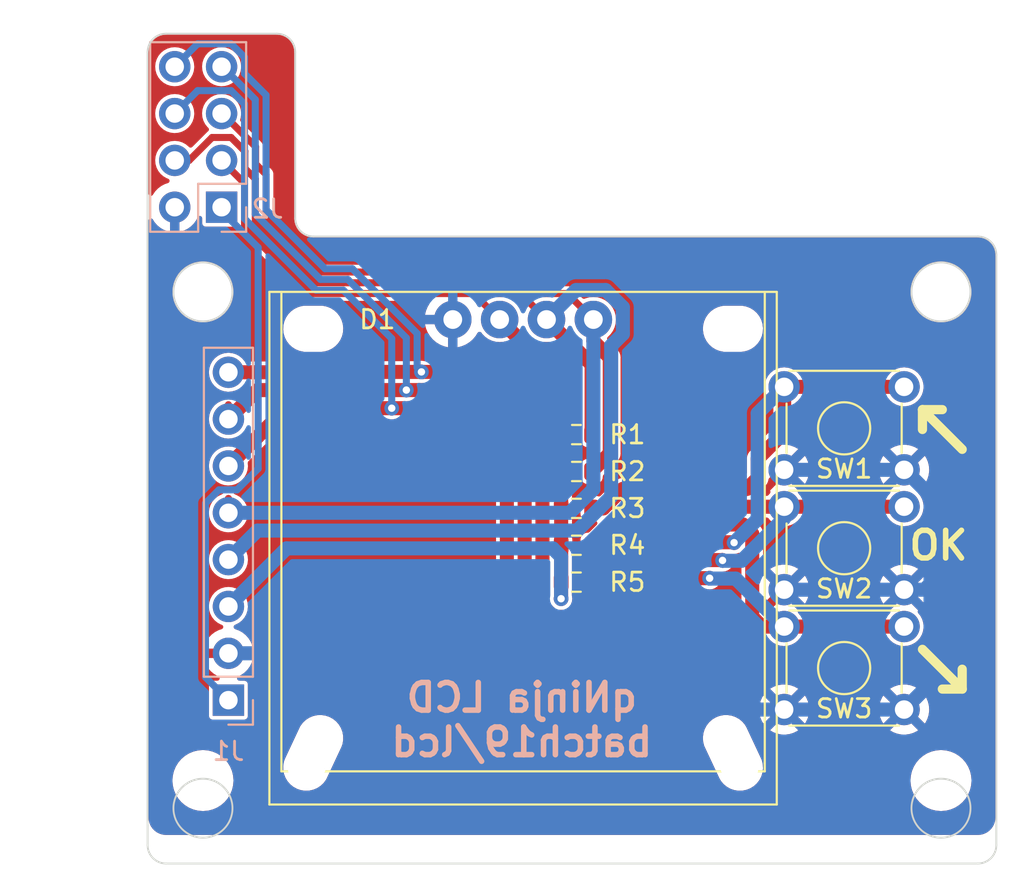
<source format=kicad_pcb>
(kicad_pcb (version 20211014) (generator pcbnew)
  (layers (0 "F.Cu" signal) (31 "B.Cu" signal) (34 "B.Paste" user) (35 "F.Paste" user) (36 "B.SilkS" user "B.Silkscreen") (37 "F.SilkS" user "F.Silkscreen") (38 "B.Mask" user) (39 "F.Mask" user) (44 "Edge.Cuts" user))
  (net 0 "")
  (net 1 "3V3D")
  (net 2 "I2C_SCL")
  (net 3 "I2C_SDA")
  (net 4 "TACT1")
  (net 5 "TACT2")
  (net 6 "TACT3")
  (net 7 "GND")
  (net 8 "5V_UPS")
  (footprint "Resistor_SMD:R_0603_1608Metric" (layer "F.Cu") (at 149.24 104.74)
    (fp_text reference "R5" (at 2.76 0) (layer "F.SilkS"))
    (fp_text value "R")
    (fp_line (start -0.237258 -0.5225) (end 0.237258 -0.5225) (layer "F.SilkS") (width 0.12))
    (fp_line (start -0.237258 0.5225) (end 0.237258 0.5225) (layer "F.SilkS") (width 0.12))
    (pad "1" smd roundrect (at -0.825 0) (size 0.8 0.95) (layers "F.Cu" "F.Paste" "F.Mask") (net 1 "3V3D"))
    (pad "2" smd roundrect (at 0.825 0) (size 0.8 0.95) (layers "F.Cu" "F.Paste" "F.Mask") (net 6 "TACT3"))
  )
  (footprint "Ninja-qPCR:SW_TH_Tactile_Omron_B3F-10xx" (layer "F.Cu") (at 160.5 94.15)
    (fp_text reference "SW1" (at 3.25 4.45) (layer "F.SilkS"))
    (fp_text value "TACTILE_4")
    (fp_line (start 0.13 3.59) (end 0.13 0.91) (layer "F.SilkS") (width 0.12))
    (fp_line (start 6.37 0.91) (end 6.37 3.59) (layer "F.SilkS") (width 0.12))
    (fp_line (start 0.28 -0.87) (end 6.22 -0.87) (layer "F.SilkS") (width 0.12))
    (fp_line (start 0.28 5.37) (end 6.22 5.37) (layer "F.SilkS") (width 0.12))
    (fp_circle (center 3.25 2.25) (end 4.25 3.25) (layer "F.SilkS") (width 0.12) (fill none))
    (pad "1" thru_hole circle locked (at 0 0) (size 1.7 1.7) (drill 1) (layers *.Cu *.Mask) (net 4 "TACT1"))
    (pad "2" thru_hole circle locked (at 6.5 0) (size 1.7 1.7) (drill 1) (layers *.Cu *.Mask) (net 4 "TACT1"))
    (pad "3" thru_hole circle locked (at 0 4.5) (size 1.7 1.7) (drill 1) (layers *.Cu *.Mask) (net 7 "GND"))
    (pad "4" thru_hole circle locked (at 6.5 4.5) (size 1.7 1.7) (drill 1) (layers *.Cu *.Mask) (net 7 "GND"))
  )
  (footprint "Ninja-qPCR:SW_TH_Tactile_Omron_B3F-10xx" (layer "F.Cu") (at 160.5 107.15)
    (fp_text reference "SW3" (at 3.25 4.45) (layer "F.SilkS"))
    (fp_text value "TACTILE_4")
    (fp_line (start 0.13 3.59) (end 0.13 0.91) (layer "F.SilkS") (width 0.12))
    (fp_line (start 0.28 -0.87) (end 6.22 -0.87) (layer "F.SilkS") (width 0.12))
    (fp_line (start 6.37 0.91) (end 6.37 3.59) (layer "F.SilkS") (width 0.12))
    (fp_line (start 0.28 5.37) (end 6.22 5.37) (layer "F.SilkS") (width 0.12))
    (fp_circle (center 3.25 2.25) (end 4.25 3.25) (layer "F.SilkS") (width 0.12) (fill none))
    (pad "1" thru_hole circle locked (at 0 0) (size 1.7 1.7) (drill 1) (layers *.Cu *.Mask) (net 6 "TACT3"))
    (pad "2" thru_hole circle locked (at 6.5 0) (size 1.7 1.7) (drill 1) (layers *.Cu *.Mask) (net 6 "TACT3"))
    (pad "3" thru_hole circle locked (at 0 4.5) (size 1.7 1.7) (drill 1) (layers *.Cu *.Mask) (net 7 "GND"))
    (pad "4" thru_hole circle locked (at 6.5 4.5) (size 1.7 1.7) (drill 1) (layers *.Cu *.Mask) (net 7 "GND"))
  )
  (footprint "Resistor_SMD:R_0603_1608Metric" (layer "F.Cu") (at 149.24 102.74)
    (fp_text reference "R4" (at 2.76 0) (layer "F.SilkS"))
    (fp_text value "R")
    (fp_line (start -0.237258 -0.5225) (end 0.237258 -0.5225) (layer "F.SilkS") (width 0.12))
    (fp_line (start -0.237258 0.5225) (end 0.237258 0.5225) (layer "F.SilkS") (width 0.12))
    (pad "1" smd roundrect (at -0.825 0) (size 0.8 0.95) (layers "F.Cu" "F.Paste" "F.Mask") (net 1 "3V3D"))
    (pad "2" smd roundrect (at 0.825 0) (size 0.8 0.95) (layers "F.Cu" "F.Paste" "F.Mask") (net 5 "TACT2"))
  )
  (footprint "Resistor_SMD:R_0603_1608Metric" (layer "F.Cu") (at 149.24 100.74)
    (fp_text reference "R3" (at 2.76 0) (layer "F.SilkS"))
    (fp_text value "R")
    (fp_line (start -0.237258 0.5225) (end 0.237258 0.5225) (layer "F.SilkS") (width 0.12))
    (fp_line (start -0.237258 -0.5225) (end 0.237258 -0.5225) (layer "F.SilkS") (width 0.12))
    (pad "1" smd roundrect (at -0.825 0) (size 0.8 0.95) (layers "F.Cu" "F.Paste" "F.Mask") (net 1 "3V3D"))
    (pad "2" smd roundrect (at 0.825 0) (size 0.8 0.95) (layers "F.Cu" "F.Paste" "F.Mask") (net 4 "TACT1"))
  )
  (footprint "Ninja-qPCR:ALI_I2C_LCD" (layer "F.Cu") (at 146.350004 88.999993)
    (fp_text reference "D1" (at -7.9 1.5) (layer "F.SilkS"))
    (fp_text value "I2C_SSD1306_LCD")
    (fp_line (start -13.75 27.8) (end 13.75 27.8) (layer "F.SilkS") (width 0.12))
    (fp_line (start -13.1 0) (end -13.1 26) (layer "F.SilkS") (width 0.12))
    (fp_line (start 13.1 0) (end 13.1 26) (layer "F.SilkS") (width 0.12))
    (fp_line (start -13.75 0) (end 13.75 0) (layer "F.SilkS") (width 0.12))
    (fp_line (start -13.75 0) (end -13.75 27.8) (layer "F.SilkS") (width 0.12))
    (fp_line (start -13.1 26) (end 13.1 26) (layer "F.SilkS") (width 0.12))
    (fp_line (start 13.75 0) (end 13.75 27.8) (layer "F.SilkS") (width 0.12))
    (pad "" np_thru_hole oval (at 11.375 25 295.115) (size 3.767 2) (drill oval 3.767 2) (layers F&B.Cu *.Mask))
    (pad "" np_thru_hole oval (at -11.375 25 64.885) (size 3.767 2) (drill oval 3.767 2) (layers F&B.Cu *.Mask))
    (pad "" np_thru_hole oval (at -11.375 2) (size 2.75 2) (drill oval 2.75 2) (layers F&B.Cu *.Mask))
    (pad "" np_thru_hole oval (at 11.375 2) (size 2.75 2) (drill oval 2.75 2) (layers F&B.Cu *.Mask))
    (pad "1" thru_hole oval (at -3.81 1.5) (size 2.032 2.032) (drill 1.016) (layers *.Cu *.Mask) (net 7 "GND"))
    (pad "2" thru_hole oval (at -1.27 1.5) (size 2.032 2.032) (drill 1.016) (layers *.Cu *.Mask) (net 1 "3V3D"))
    (pad "3" thru_hole oval (at 1.27 1.5) (size 2.032 2.032) (drill 1.016) (layers *.Cu *.Mask) (net 2 "I2C_SCL"))
    (pad "4" thru_hole oval (at 3.81 1.5) (size 2.032 2.032) (drill 1.016) (layers *.Cu *.Mask) (net 3 "I2C_SDA"))
  )
  (footprint "Resistor_SMD:R_0603_1608Metric" (layer "F.Cu") (at 149.24 98.74)
    (fp_text reference "R2" (at 2.76 0) (layer "F.SilkS"))
    (fp_text value "R")
    (fp_line (start -0.237258 -0.5225) (end 0.237258 -0.5225) (layer "F.SilkS") (width 0.12))
    (fp_line (start -0.237258 0.5225) (end 0.237258 0.5225) (layer "F.SilkS") (width 0.12))
    (pad "1" smd roundrect (at -0.825 0) (size 0.8 0.95) (layers "F.Cu" "F.Paste" "F.Mask") (net 1 "3V3D"))
    (pad "2" smd roundrect (at 0.825 0) (size 0.8 0.95) (layers "F.Cu" "F.Paste" "F.Mask") (net 3 "I2C_SDA"))
  )
  (footprint "Ninja-qPCR:SW_TH_Tactile_Omron_B3F-10xx" (layer "F.Cu") (at 160.5 100.65)
    (fp_text reference "SW2" (at 3.25 4.45) (layer "F.SilkS"))
    (fp_text value "TACTILE_4")
    (fp_line (start 0.28 5.37) (end 6.22 5.37) (layer "F.SilkS") (width 0.12))
    (fp_line (start 6.37 0.91) (end 6.37 3.59) (layer "F.SilkS") (width 0.12))
    (fp_line (start 0.28 -0.87) (end 6.22 -0.87) (layer "F.SilkS") (width 0.12))
    (fp_line (start 0.13 3.59) (end 0.13 0.91) (layer "F.SilkS") (width 0.12))
    (fp_circle (center 3.25 2.25) (end 4.25 3.25) (layer "F.SilkS") (width 0.12) (fill none))
    (pad "1" thru_hole circle locked (at 0 0) (size 1.7 1.7) (drill 1) (layers *.Cu *.Mask) (net 5 "TACT2"))
    (pad "2" thru_hole circle locked (at 6.5 0) (size 1.7 1.7) (drill 1) (layers *.Cu *.Mask) (net 5 "TACT2"))
    (pad "3" thru_hole circle locked (at 0 4.5) (size 1.7 1.7) (drill 1) (layers *.Cu *.Mask) (net 7 "GND"))
    (pad "4" thru_hole circle locked (at 6.5 4.5) (size 1.7 1.7) (drill 1) (layers *.Cu *.Mask) (net 7 "GND"))
  )
  (footprint "Resistor_SMD:R_0603_1608Metric" (layer "F.Cu") (at 149.24 96.74)
    (fp_text reference "R1" (at 2.76 0) (layer "F.SilkS"))
    (fp_text value "R")
    (fp_line (start -0.237258 -0.5225) (end 0.237258 -0.5225) (layer "F.SilkS") (width 0.12))
    (fp_line (start -0.237258 0.5225) (end 0.237258 0.5225) (layer "F.SilkS") (width 0.12))
    (pad "1" smd roundrect (at -0.825 0) (size 0.8 0.95) (layers "F.Cu" "F.Paste" "F.Mask") (net 1 "3V3D"))
    (pad "2" smd roundrect (at 0.825 0) (size 0.8 0.95) (layers "F.Cu" "F.Paste" "F.Mask") (net 2 "I2C_SCL"))
  )
  (footprint "Connector_PinSocket_2.54mm:PinSocket_1x08_P2.54mm_Vertical" (layer "B.Cu") (at 130.38 111.14)
    (fp_text reference "J1" (at 0 2.77 180) (layer "B.SilkS") (effects (justify mirror)))
    (fp_text value "Conn_01x08_Female")
    (fp_line (start -1.33 -1.27) (end -1.33 -19.11) (layer "B.SilkS") (width 0.12))
    (fp_line (start -1.33 -19.11) (end 1.33 -19.11) (layer "B.SilkS") (width 0.12))
    (fp_line (start 1.33 -1.27) (end 1.33 -19.11) (layer "B.SilkS") (width 0.12))
    (fp_line (start -1.33 -1.27) (end 1.33 -1.27) (layer "B.SilkS") (width 0.12))
    (fp_line (start 0 1.33) (end 1.33 1.33) (layer "B.SilkS") (width 0.12))
    (fp_line (start 1.33 1.33) (end 1.33 0) (layer "B.SilkS") (width 0.12))
    (pad "1" thru_hole rect (at 0 0) (size 1.7 1.7) (drill 1) (layers *.Cu *.Mask) (net 8 "5V_UPS"))
    (pad "2" thru_hole oval (at 0 -2.54) (size 1.7 1.7) (drill 1) (layers *.Cu *.Mask) (net 7 "GND"))
    (pad "3" thru_hole oval (at 0 -5.08) (size 1.7 1.7) (drill 1) (layers *.Cu *.Mask) (net 1 "3V3D"))
    (pad "4" thru_hole oval (at 0 -7.62) (size 1.7 1.7) (drill 1) (layers *.Cu *.Mask) (net 2 "I2C_SCL"))
    (pad "5" thru_hole oval (at 0 -10.16) (size 1.7 1.7) (drill 1) (layers *.Cu *.Mask) (net 3 "I2C_SDA"))
    (pad "6" thru_hole oval (at 0 -12.7) (size 1.7 1.7) (drill 1) (layers *.Cu *.Mask) (net 6 "TACT3"))
    (pad "7" thru_hole oval (at 0 -15.24) (size 1.7 1.7) (drill 1) (layers *.Cu *.Mask) (net 5 "TACT2"))
    (pad "8" thru_hole oval (at 0 -17.78) (size 1.7 1.7) (drill 1) (layers *.Cu *.Mask) (net 4 "TACT1"))
  )
  (footprint "Connector_PinSocket_2.54mm:PinSocket_2x04_P2.54mm_Vertical" (layer "B.Cu") (at 130.01 84.41)
    (fp_text reference "J2" (at 2.49 0.09) (layer "B.SilkS") (effects (justify mirror)))
    (fp_text value "Conn_01x08_Female")
    (fp_line (start -1.27 1.33) (end -1.27 -1.27) (layer "B.SilkS") (width 0.12))
    (fp_line (start 0 1.33) (end 1.33 1.33) (layer "B.SilkS") (width 0.12))
    (fp_line (start 1.33 -1.27) (end 1.33 -8.95) (layer "B.SilkS") (width 0.12))
    (fp_line (start -3.87 1.33) (end -1.27 1.33) (layer "B.SilkS") (width 0.12))
    (fp_line (start -1.27 -1.27) (end 1.33 -1.27) (layer "B.SilkS") (width 0.12))
    (fp_line (start 1.33 1.33) (end 1.33 0) (layer "B.SilkS") (width 0.12))
    (fp_line (start -3.87 1.33) (end -3.87 -8.95) (layer "B.SilkS") (width 0.12))
    (fp_line (start -3.87 -8.95) (end 1.33 -8.95) (layer "B.SilkS") (width 0.12))
    (pad "1" thru_hole rect (at 0 0) (size 1.7 1.7) (drill 1) (layers *.Cu *.Mask) (net 8 "5V_UPS"))
    (pad "2" thru_hole oval (at -2.54 0) (size 1.7 1.7) (drill 1) (layers *.Cu *.Mask) (net 7 "GND"))
    (pad "3" thru_hole oval (at 0 -2.54) (size 1.7 1.7) (drill 1) (layers *.Cu *.Mask) (net 1 "3V3D"))
    (pad "4" thru_hole oval (at -2.54 -2.54) (size 1.7 1.7) (drill 1) (layers *.Cu *.Mask) (net 2 "I2C_SCL"))
    (pad "5" thru_hole oval (at 0 -5.08) (size 1.7 1.7) (drill 1) (layers *.Cu *.Mask) (net 3 "I2C_SDA"))
    (pad "6" thru_hole oval (at -2.54 -5.08) (size 1.7 1.7) (drill 1) (layers *.Cu *.Mask) (net 6 "TACT3"))
    (pad "7" thru_hole oval (at 0 -7.62) (size 1.7 1.7) (drill 1) (layers *.Cu *.Mask) (net 5 "TACT2"))
    (pad "8" thru_hole oval (at -2.54 -7.62) (size 1.7 1.7) (drill 1) (layers *.Cu *.Mask) (net 4 "TACT1"))
  )
  (gr_circle (center 169 117) (end 170.6 117) (layer "Edge.Cuts") (width 0.1) (fill none))
  (gr_line (start 172 119) (end 172 87) (layer "Edge.Cuts") (width 0.1))
  (gr_arc (start 135 86) (mid 134.292893 85.707107) (end 134 85) (layer "Edge.Cuts") (width 0.1))
  (gr_circle (center 129 117) (end 130.6 117) (layer "Edge.Cuts") (width 0.1) (fill none))
  (gr_line (start 126 119) (end 126 76) (layer "Edge.Cuts") (width 0.1))
  (gr_circle (center 169 89) (end 170.6 89) (layer "Edge.Cuts") (width 0.1) (fill none))
  (gr_line (start 135 86) (end 171 86) (layer "Edge.Cuts") (width 0.1))
  (gr_circle (center 129 89) (end 130.6 89) (layer "Edge.Cuts") (width 0.1) (fill none))
  (gr_arc (start 172 119) (mid 171.707107 119.707107) (end 171 120) (layer "Edge.Cuts") (width 0.1))
  (gr_line (start 134 76) (end 134 85) (layer "Edge.Cuts") (width 0.1))
  (gr_arc (start 133 75) (mid 133.707107 75.292893) (end 134 76) (layer "Edge.Cuts") (width 0.1))
  (gr_line (start 127 75) (end 133 75) (layer "Edge.Cuts") (width 0.1))
  (gr_arc (start 127 120) (mid 126.292893 119.707107) (end 126 119) (layer "Edge.Cuts") (width 0.1))
  (gr_arc (start 126 76) (mid 126.292893 75.292893) (end 127 75) (layer "Edge.Cuts") (width 0.1))
  (gr_line (start 127 120) (end 171 120) (layer "Edge.Cuts") (width 0.1))
  (gr_arc (start 171 86) (mid 171.707107 86.292893) (end 172 87) (layer "Edge.Cuts") (width 0.1))
  (gr_text "qNinja LCD\nbatch19/lcd" (at 146.28 112.21) (layer "B.SilkS") (effects (font (size 1.5 1.5) (thickness 0.3)) (justify mirror)))
  (gr_text "↑" (at 168.86 96.25 45) (layer "F.SilkS") (effects (font (size 4 4) (thickness 0.5))))
  (gr_text "↓" (at 168.86 109.25 45) (layer "F.SilkS") (effects (font (size 4 4) (thickness 0.5))))
  (gr_text "OK" (at 168.86 102.75) (layer "F.SilkS") (effects (font (size 1.5 1.5) (thickness 0.3))))
  (segment (start 148.41 104.745) (end 148.415 104.74) (width 0.762) (layer "F.Cu") (net 1))
  (segment (start 148.415 96.74) (end 148.415 98.74) (width 0.762) (layer "F.Cu") (net 1))
  (segment (start 149.10028 93.344589) (end 149.10028 96.05472) (width 0.762) (layer "F.Cu") (net 1))
  (segment (start 131.253211 85.533568) (end 134.810425 89.090782) (width 0.381) (layer "F.Cu") (net 1))
  (segment (start 145.080004 90.499993) (end 146.679715 92.099704) (width 0.762) (layer "F.Cu") (net 1))
  (segment (start 130.01 81.87) (end 131.253211 83.113211) (width 0.381) (layer "F.Cu") (net 1))
  (segment (start 148.415 100.74) (end 148.415 102.74) (width 0.762) (layer "F.Cu") (net 1))
  (segment (start 148.415 102.74) (end 148.415 104.74) (width 0.762) (layer "F.Cu") (net 1))
  (segment (start 149.10028 96.05472) (end 148.415 96.74) (width 0.762) (layer "F.Cu") (net 1))
  (segment (start 148.415 98.74) (end 148.415 100.74) (width 0.762) (layer "F.Cu") (net 1))
  (segment (start 147.855395 92.099704) (end 149.10028 93.344589) (width 0.762) (layer "F.Cu") (net 1))
  (segment (start 134.810425 89.090782) (end 143.670793 89.090782) (width 0.381) (layer "F.Cu") (net 1))
  (segment (start 131.253211 83.113211) (end 131.253211 85.533568) (width 0.381) (layer "F.Cu") (net 1))
  (segment (start 146.679715 92.099704) (end 147.855395 92.099704) (width 0.762) (layer "F.Cu") (net 1))
  (segment (start 143.670793 89.090782) (end 145.080004 90.499993) (width 0.381) (layer "F.Cu") (net 1))
  (segment (start 148.41 105.64) (end 148.41 104.745) (width 0.762) (layer "F.Cu") (net 1))
  (via (at 148.41 105.64) (size 0.8) (drill 0.4) (layers "F.Cu" "B.Cu") (net 1))
  (segment (start 133.53056 102.90944) (end 147.95944 102.90944) (width 0.762) (layer "B.Cu") (net 1))
  (segment (start 148.41 103.36) (end 148.41 105.64) (width 0.762) (layer "B.Cu") (net 1))
  (segment (start 130.38 106.06) (end 133.53056 102.90944) (width 0.762) (layer "B.Cu") (net 1))
  (segment (start 147.95944 102.90944) (end 148.41 103.36) (width 0.762) (layer "B.Cu") (net 1))
  (segment (start 129.495044 80.626789) (end 130.524956 80.626789) (width 0.381) (layer "F.Cu") (net 2))
  (segment (start 144.496297 89.090782) (end 146.210793 89.090782) (width 0.381) (layer "F.Cu") (net 2))
  (segment (start 143.912577 88.507062) (end 144.496297 89.090782) (width 0.381) (layer "F.Cu") (net 2))
  (segment (start 131.836931 82.871427) (end 131.836931 85.291784) (width 0.381) (layer "F.Cu") (net 2))
  (segment (start 147.620004 90.499993) (end 150.065 92.944989) (width 0.762) (layer "F.Cu") (net 2))
  (segment (start 130.524956 80.626789) (end 131.27 81.371833) (width 0.381) (layer "F.Cu") (net 2))
  (segment (start 128.251833 81.87) (end 129.495044 80.626789) (width 0.381) (layer "F.Cu") (net 2))
  (segment (start 150.065 92.944989) (end 150.065 96.74) (width 0.762) (layer "F.Cu") (net 2))
  (segment (start 131.27 82.304496) (end 131.836931 82.871427) (width 0.381) (layer "F.Cu") (net 2))
  (segment (start 135.052209 88.507062) (end 143.912577 88.507062) (width 0.381) (layer "F.Cu") (net 2))
  (segment (start 127.47 81.87) (end 128.251833 81.87) (width 0.381) (layer "F.Cu") (net 2))
  (segment (start 131.27 81.371833) (end 131.27 82.304496) (width 0.381) (layer "F.Cu") (net 2))
  (segment (start 146.210793 89.090782) (end 147.620004 90.499993) (width 0.381) (layer "F.Cu") (net 2))
  (segment (start 131.836931 85.291784) (end 135.052209 88.507062) (width 0.381) (layer "F.Cu") (net 2))
  (segment (start 130.38 103.52) (end 131.95528 101.94472) (width 0.762) (layer "B.Cu") (net 2))
  (segment (start 131.95528 101.94472) (end 149.2796 101.94472) (width 0.762) (layer "B.Cu") (net 2))
  (segment (start 151.759715 89.83737) (end 150.822627 88.900282) (width 0.762) (layer "B.Cu") (net 2))
  (segment (start 149.2796 101.94472) (end 151.124724 100.099596) (width 0.762) (layer "B.Cu") (net 2))
  (segment (start 149.219715 88.900282) (end 147.620004 90.499993) (width 0.762) (layer "B.Cu") (net 2))
  (segment (start 150.822627 88.900282) (end 149.219715 88.900282) (width 0.762) (layer "B.Cu") (net 2))
  (segment (start 151.124724 100.099596) (end 151.124724 91.915276) (width 0.762) (layer "B.Cu") (net 2))
  (segment (start 151.124724 91.915276) (end 151.759715 91.280285) (width 0.762) (layer "B.Cu") (net 2))
  (segment (start 151.759715 91.280285) (end 151.759715 89.83737) (width 0.762) (layer "B.Cu") (net 2))
  (segment (start 151.04872 92.564389) (end 151.04872 97.75628) (width 0.762) (layer "F.Cu") (net 3))
  (segment (start 132.420651 85.05) (end 135.293993 87.923342) (width 0.381) (layer "F.Cu") (net 3))
  (segment (start 131.85372 81.130049) (end 131.85372 82.062712) (width 0.381) (layer "F.Cu") (net 3))
  (segment (start 131.85372 82.062712) (end 132.420651 82.629643) (width 0.381) (layer "F.Cu") (net 3))
  (segment (start 132.420651 82.629643) (end 132.420651 85.05) (width 0.381) (layer "F.Cu") (net 3))
  (segment (start 130.38 100.198167) (end 130.38 100.98) (width 0.381) (layer "F.Cu") (net 3))
  (segment (start 146.452577 88.507062) (end 147.036297 89.090782) (width 0.381) (layer "F.Cu") (net 3))
  (segment (start 151.04872 97.75628) (end 150.065 98.74) (width 0.762) (layer "F.Cu") (net 3))
  (segment (start 148.750793 89.090782) (end 150.160004 90.499993) (width 0.381) (layer "F.Cu") (net 3))
  (segment (start 147.036297 89.090782) (end 148.750793 89.090782) (width 0.381) (layer "F.Cu") (net 3))
  (segment (start 150.160004 90.499993) (end 150.160004 91.675673) (width 0.762) (layer "F.Cu") (net 3))
  (segment (start 130.01 79.33) (end 130.053671 79.33) (width 0.381) (layer "F.Cu") (net 3))
  (segment (start 144.738081 88.507062) (end 146.452577 88.507062) (width 0.381) (layer "F.Cu") (net 3))
  (segment (start 150.160004 91.675673) (end 151.04872 92.564389) (width 0.762) (layer "F.Cu") (net 3))
  (segment (start 135.293993 87.923342) (end 144.154362 87.923343) (width 0.381) (layer "F.Cu") (net 3))
  (segment (start 130.053671 79.33) (end 131.85372 81.130049) (width 0.381) (layer "F.Cu") (net 3))
  (segment (start 144.154362 87.923343) (end 144.738081 88.507062) (width 0.381) (layer "F.Cu") (net 3))
  (segment (start 150.160004 99.699996) (end 150.160004 90.499993) (width 0.762) (layer "B.Cu") (net 3))
  (segment (start 130.38 100.98) (end 148.88 100.98) (width 0.762) (layer "B.Cu") (net 3))
  (segment (start 148.88 100.98) (end 150.160004 99.699996) (width 0.762) (layer "B.Cu") (net 3))
  (segment (start 136.15 93.36) (end 130.38 93.36) (width 0.762) (layer "F.Cu") (net 4))
  (segment (start 147.4 94.91) (end 145.831009 93.341009) (width 0.762) (layer "F.Cu") (net 4))
  (segment (start 136.168991 93.341009) (end 136.15 93.36) (width 0.762) (layer "F.Cu") (net 4))
  (segment (start 148.002532 106.623711) (end 147.4 106.021179) (width 0.762) (layer "F.Cu") (net 4))
  (segment (start 145.831009 93.341009) (end 136.168991 93.341009) (width 0.762) (layer "F.Cu") (net 4))
  (segment (start 167 94.15) (end 160.5 94.15) (width 0.762) (layer "F.Cu") (net 4))
  (segment (start 152.9542 102.57944) (end 152.01438 103.51926) (width 0.762) (layer "F.Cu") (net 4))
  (segment (start 150.70068 100.74) (end 150.065 100.74) (width 0.762) (layer "F.Cu") (net 4))
  (segment (start 158.477298 99.68528) (end 151.7554 99.68528) (width 0.762) (layer "F.Cu") (net 4))
  (segment (start 149.880609 106.623711) (end 148.002532 106.623711) (width 0.762) (layer "F.Cu") (net 4))
  (segment (start 157.7863 102.59842) (end 157.76732 102.57944) (width 0.762) (layer "F.Cu") (net 4))
  (segment (start 152.01438 103.51926) (end 152.01438 104.48994) (width 0.762) (layer "F.Cu") (net 4))
  (segment (start 152.01438 104.48994) (end 149.880609 106.623711) (width 0.762) (layer "F.Cu") (net 4))
  (segment (start 160.5 94.15) (end 160.5 96.622425) (width 0.762) (layer "F.Cu") (net 4))
  (segment (start 159.066289 99.096289) (end 158.477298 99.68528) (width 0.762) (layer "F.Cu") (net 4))
  (segment (start 147.4 106.021179) (end 147.4 94.91) (width 0.762) (layer "F.Cu") (net 4))
  (segment (start 160.5 96.622425) (end 159.066289 98.056136) (width 0.762) (layer "F.Cu") (net 4))
  (segment (start 157.76732 102.57944) (end 152.9542 102.57944) (width 0.762) (layer "F.Cu") (net 4))
  (segment (start 159.066289 98.056136) (end 159.066289 99.096289) (width 0.762) (layer "F.Cu") (net 4))
  (segment (start 151.7554 99.68528) (end 150.70068 100.74) (width 0.762) (layer "F.Cu") (net 4))
  (via (at 157.7863 102.59842) (size 0.8) (drill 0.4) (layers "F.Cu" "B.Cu") (net 4))
  (via (at 140.841163 93.34102) (size 0.8) (drill 0.4) (layers "F.Cu" "B.Cu") (net 4))
  (segment (start 135.614995 87.74256) (end 137.09357 87.742562) (width 0.381) (layer "B.Cu") (net 4))
  (segment (start 127.47 76.79) (end 128.713211 75.546789) (width 0.381) (layer "B.Cu") (net 4))
  (segment (start 137.09357 87.742562) (end 140.60748 91.256472) (width 0.381) (layer "B.Cu") (net 4))
  (segment (start 140.60748 91.256472) (end 140.60748 93.02) (width 0.381) (layer "B.Cu") (net 4))
  (segment (start 128.713211 75.546789) (end 130.524956 75.546789) (width 0.381) (layer "B.Cu") (net 4))
  (segment (start 131.253211 77.164036) (end 132.420651 78.331476) (width 0.381) (layer "B.Cu") (net 4))
  (segment (start 140.60748 93.107337) (end 140.841163 93.34102) (width 0.381) (layer "B.Cu") (net 4))
  (segment (start 140.60748 93.02) (end 140.60748 93.107337) (width 0.381) (layer "B.Cu") (net 4))
  (segment (start 131.253211 76.275044) (end 131.253211 77.164036) (width 0.381) (layer "B.Cu") (net 4))
  (segment (start 132.420651 78.331476) (end 132.420651 84.548216) (width 0.381) (layer "B.Cu") (net 4))
  (segment (start 159.066289 101.318431) (end 159.066289 95.583711) (width 0.762) (layer "B.Cu") (net 4))
  (segment (start 132.420651 84.548216) (end 135.614995 87.74256) (width 0.381) (layer "B.Cu") (net 4))
  (segment (start 157.7863 102.59842) (end 159.066289 101.318431) (width 0.762) (layer "B.Cu") (net 4))
  (segment (start 130.524956 75.546789) (end 131.253211 76.275044) (width 0.381) (layer "B.Cu") (net 4))
  (segment (start 159.066289 95.583711) (end 160.5 94.15) (width 0.762) (layer "B.Cu") (net 4))
  (segment (start 157.14102 103.54416) (end 157.16 103.56314) (width 0.762) (layer "F.Cu") (net 5))
  (segment (start 131.95528 94.32472) (end 145.4504 94.32472) (width 0.762) (layer "F.Cu") (net 5))
  (segment (start 152.9791 103.91886) (end 153.3538 103.54416) (width 0.762) (layer "F.Cu") (net 5))
  (segment (start 130.01 76.79) (end 130.053671 76.79) (width 0.381) (layer "F.Cu") (net 5))
  (segment (start 153.3538 103.54416) (end 157.14102 103.54416) (width 0.762) (layer "F.Cu") (net 5))
  (segment (start 146.43528 106.420779) (end 147.602932 107.588431) (width 0.762) (layer "F.Cu") (net 5))
  (segment (start 152.9791 104.88954) (end 152.9791 104.09034) (width 0.762) (layer "F.Cu") (net 5))
  (segment (start 130.38 95.118167) (end 130.38 95.9) (width 0.381) (layer "F.Cu") (net 5))
  (segment (start 152.155 100.65) (end 150.065 102.74) (width 0.762) (layer "F.Cu") (net 5))
  (segment (start 152.9791 104.09034) (end 152.9791 103.91886) (width 0.762) (layer "F.Cu") (net 5))
  (segment (start 130.38 95.9) (end 131.95528 94.32472) (width 0.762) (layer "F.Cu") (net 5))
  (segment (start 160.5 100.65) (end 152.155 100.65) (width 0.762) (layer "F.Cu") (net 5))
  (segment (start 167 100.65) (end 160.5 100.65) (width 0.762) (layer "F.Cu") (net 5))
  (segment (start 146.43528 95.3096) (end 146.43528 106.420779) (width 0.762) (layer "F.Cu") (net 5))
  (segment (start 145.4504 94.32472) (end 146.43528 95.3096) (width 0.762) (layer "F.Cu") (net 5))
  (segment (start 150.280209 107.588431) (end 152.9791 104.88954) (width 0.762) (layer "F.Cu") (net 5))
  (segment (start 147.602932 107.588431) (end 150.280209 107.588431) (width 0.762) (layer "F.Cu") (net 5))
  (via (at 157.16 103.56314) (size 0.8) (drill 0.4) (layers "F.Cu" "B.Cu") (net 5))
  (via (at 140.02376 94.32472) (size 0.8) (drill 0.4) (layers "F.Cu" "B.Cu") (net 5))
  (segment (start 130.01 76.79) (end 130.053671 76.79) (width 0.381) (layer "B.Cu") (net 5))
  (segment (start 131.836931 84.79) (end 135.373211 88.32628) (width 0.381) (layer "B.Cu") (net 5))
  (segment (start 160.5 101.275899) (end 160.5 100.65) (width 0.762) (layer "B.Cu") (net 5))
  (segment (start 136.851785 88.326281) (end 140.02376 91.498256) (width 0.381) (layer "B.Cu") (net 5))
  (segment (start 135.373211 88.32628) (end 136.851785 88.326281) (width 0.381) (layer "B.Cu") (net 5))
  (segment (start 158.193768 103.582131) (end 160.5 101.275899) (width 0.762) (layer "B.Cu") (net 5))
  (segment (start 130.053671 76.79) (end 131.836931 78.57326) (width 0.381) (layer "B.Cu") (net 5))
  (segment (start 140.02376 91.498256) (end 140.02376 94.32472) (width 0.381) (layer "B.Cu") (net 5))
  (segment (start 157.16 103.56314) (end 157.178991 103.582131) (width 0.762) (layer "B.Cu") (net 5))
  (segment (start 157.178991 103.582131) (end 158.193768 103.582131) (width 0.762) (layer "B.Cu") (net 5))
  (segment (start 131.836931 78.57326) (end 131.836931 84.79) (width 0.381) (layer "B.Cu") (net 5))
  (segment (start 133.53056 95.28944) (end 133.549551 95.308431) (width 0.762) (layer "F.Cu") (net 6))
  (segment (start 160.5 107.15) (end 159.297919 107.15) (width 0.762) (layer "F.Cu") (net 6))
  (segment (start 150.679809 108.553151) (end 154.7051 104.52786) (width 0.762) (layer "F.Cu") (net 6))
  (segment (start 151.04966 103.11966) (end 151.04966 104.09034) (width 0.762) (layer "F.Cu") (net 6))
  (segment (start 151.04966 104.09034) (end 150.4 104.74) (width 0.762) (layer "F.Cu") (net 6))
  (segment (start 150.4 104.74) (end 150.065 104.74) (width 0.762) (layer "F.Cu") (net 6))
  (segment (start 130.38 98.44) (end 133.53056 95.28944) (width 0.762) (layer "F.Cu") (net 6))
  (segment (start 144.97944 95.28944) (end 145.47056 95.78056) (width 0.762) (layer "F.Cu") (net 6))
  (segment (start 154.7051 104.52786) (end 156.46 104.52786) (width 0.762) (layer "F.Cu") (net 6))
  (segment (start 152.5546 101.61472) (end 151.04966 103.11966) (width 0.762) (layer "F.Cu") (net 6))
  (segment (start 159.297919 107.15) (end 158.77 106.622081) (width 0.762) (layer "F.Cu") (net 6))
  (segment (start 133.549551 95.308431) (end 144.960449 95.308431) (width 0.762) (layer "F.Cu") (net 6))
  (segment (start 147.203332 108.553151) (end 150.679809 108.553151) (width 0.762) (layer "F.Cu") (net 6))
  (segment (start 158.77 102.12) (end 158.26472 101.61472) (width 0.762) (layer "F.Cu") (net 6))
  (segment (start 145.47056 106.820379) (end 147.203332 108.553151) (width 0.762) (layer "F.Cu") (net 6))
  (segment (start 167 107.15) (end 160.5 107.15) (width 0.762) (layer "F.Cu") (net 6))
  (segment (start 158.26472 101.61472) (end 152.5546 101.61472) (width 0.762) (layer "F.Cu") (net 6))
  (segment (start 158.77 106.622081) (end 158.77 102.12) (width 0.762) (layer "F.Cu") (net 6))
  (segment (start 144.960449 95.308431) (end 144.97944 95.28944) (width 0.762) (layer "F.Cu") (net 6))
  (segment (start 145.47056 95.78056) (end 145.47056 106.820379) (width 0.762) (layer "F.Cu") (net 6))
  (via (at 156.46 104.52786) (size 0.8) (drill 0.4) (layers "F.Cu" "B.Cu") (net 6))
  (via (at 139.23056 95.30842) (size 0.8) (drill 0.4) (layers "F.Cu" "B.Cu") (net 6))
  (segment (start 156.478991 104.546851) (end 157.869276 104.546851) (width 0.762) (layer "B.Cu") (net 6))
  (segment (start 136.61 88.91) (end 139.23056 91.53056) (width 0.381) (layer "B.Cu") (net 6))
  (segment (start 156.46 104.52786) (end 156.478991 104.546851) (width 0.762) (layer "B.Cu") (net 6))
  (segment (start 135.131427 88.91) (end 136.61 88.91) (width 0.381) (layer "B.Cu") (net 6))
  (segment (start 157.869276 104.546851) (end 160.472425 107.15) (width 0.762) (layer "B.Cu") (net 6))
  (segment (start 139.23056 91.53056) (end 139.23056 95.10056) (width 0.381) (layer "B.Cu") (net 6))
  (segment (start 127.47 79.33) (end 128.713211 78.086789) (width 0.381) (layer "B.Cu") (net 6))
  (segment (start 139.23056 95.10056) (end 139.23056 95.30842) (width 0.381) (layer "B.Cu") (net 6))
  (segment (start 160.472425 107.15) (end 160.5 107.15) (width 0.762) (layer "B.Cu") (net 6))
  (segment (start 130.524956 78.086789) (end 131.253211 78.815044) (width 0.381) (layer "B.Cu") (net 6))
  (segment (start 131.253211 78.815044) (end 131.253211 85.031784) (width 0.381) (layer "B.Cu") (net 6))
  (segment (start 128.713211 78.086789) (end 130.524956 78.086789) (width 0.381) (layer "B.Cu") (net 6))
  (segment (start 131.253211 85.031784) (end 135.131427 88.91) (width 0.381) (layer "B.Cu") (net 6))
  (segment (start 156.02 108.6) (end 159.07 111.65) (width 0.762) (layer "B.Cu") (net 7))
  (segment (start 167 105.15) (end 160.5 105.15) (width 0.762) (layer "B.Cu") (net 7))
  (segment (start 167.027575 98.65) (end 167 98.65) (width 0.762) (layer "B.Cu") (net 7))
  (segment (start 167 105.15) (end 168.1 105.15) (width 0.762) (layer "B.Cu") (net 7))
  (segment (start 168.1 105.15) (end 168.433711 104.816289) (width 0.762) (layer "B.Cu") (net 7))
  (segment (start 167 98.65) (end 160.5 98.65) (width 0.762) (layer "B.Cu") (net 7))
  (segment (start 130.38 108.6) (end 156.02 108.6) (width 0.762) (layer "B.Cu") (net 7))
  (segment (start 168.433711 110.216289) (end 168.433711 104.816289) (width 0.762) (layer "B.Cu") (net 7))
  (segment (start 168.433711 104.816289) (end 168.433711 100.056136) (width 0.762) (layer "B.Cu") (net 7))
  (segment (start 168.433711 100.056136) (end 167.027575 98.65) (width 0.762) (layer "B.Cu") (net 7))
  (segment (start 167 111.65) (end 160.5 111.65) (width 0.762) (layer "B.Cu") (net 7))
  (segment (start 159.07 111.65) (end 160.5 111.65) (width 0.762) (layer "B.Cu") (net 7))
  (segment (start 167 111.65) (end 168.433711 110.216289) (width 0.762) (layer "B.Cu") (net 7))
  (segment (start 160.5 98.65) (end 160.472425 98.65) (width 0.762) (layer "B.Cu") (net 7))
  (segment (start 130.01 84.614077) (end 131.992962 86.597039) (width 0.381) (layer "B.Cu") (net 8))
  (segment (start 129.865044 99.736789) (end 129.136789 100.465044) (width 0.381) (layer "B.Cu") (net 8))
  (segment (start 131.992962 98.585205) (end 130.841378 99.736789) (width 0.381) (layer "B.Cu") (net 8))
  (segment (start 130.841378 99.736789) (end 129.865044 99.736789) (width 0.381) (layer "B.Cu") (net 8))
  (segment (start 131.992962 86.597039) (end 131.992962 98.585205) (width 0.381) (layer "B.Cu") (net 8))
  (segment (start 129.136789 100.465044) (end 129.136789 109.896789) (width 0.381) (layer "B.Cu") (net 8))
  (segment (start 129.136789 109.896789) (end 130.38 111.14) (width 0.381) (layer "B.Cu") (net 8))
  (segment (start 130.01 84.41) (end 130.01 84.614077) (width 0.381) (layer "B.Cu") (net 8))
  (zone (net 7) (net_name "GND") (layer "F.Cu") (connect_pads (clearance 0)) (min_thickness 0.254) (fill yes (thermal_gap 0.508) (thermal_bridge_width 0.508))
    (polygon (pts (xy 173.5 121) (xy 118 121) (xy 118 73.5) (xy 173.5 73.5)))
  )
  (zone (net 7) (net_name "GND") (layer "B.Cu") (connect_pads (clearance 0)) (min_thickness 0.254) (fill yes (thermal_gap 0.508) (thermal_bridge_width 0.508))
    (polygon (pts (xy 173.5 121) (xy 118 121) (xy 118 73.5) (xy 173.5 73.5)))
  )
)
</source>
